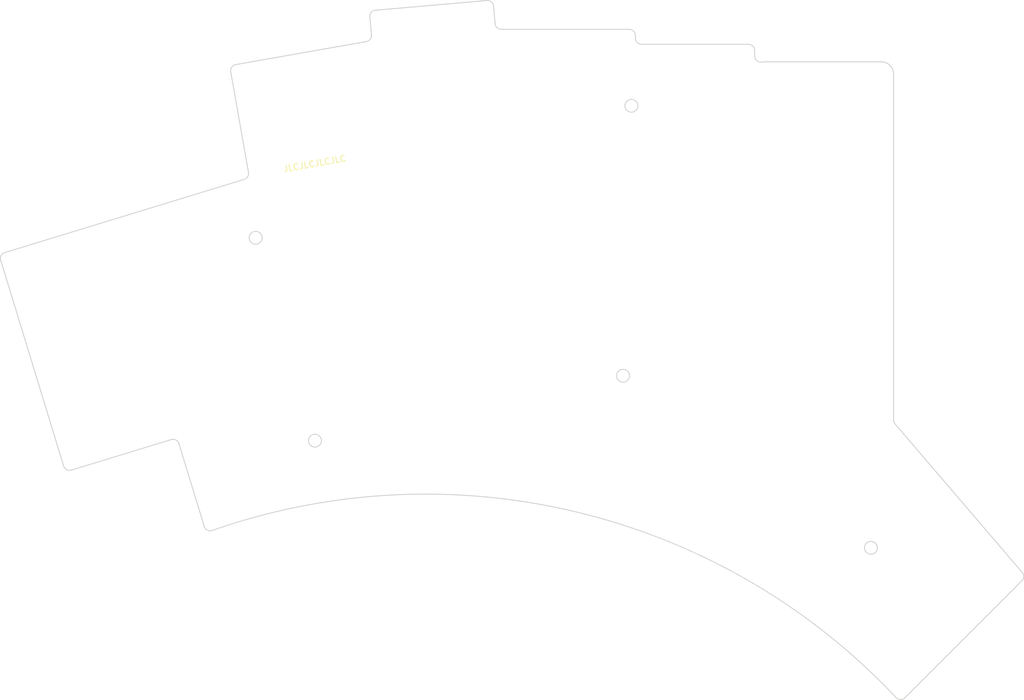
<source format=kicad_pcb>

            
(kicad_pcb (version 20211014) (generator pcbnew)

  (general
    (thickness 1.6)
  )

  (paper "A3")
  (title_block
    (title "porcupine_6x3_bottom_plate")
    (rev "v0.0.1")
    (company "Anarion")
  )

  (layers
    (0 "F.Cu" signal)
    (31 "B.Cu" signal)
    (32 "B.Adhes" user "B.Adhesive")
    (33 "F.Adhes" user "F.Adhesive")
    (34 "B.Paste" user)
    (35 "F.Paste" user)
    (36 "B.SilkS" user "B.Silkscreen")
    (37 "F.SilkS" user "F.Silkscreen")
    (38 "B.Mask" user)
    (39 "F.Mask" user)
    (40 "Dwgs.User" user "User.Drawings")
    (41 "Cmts.User" user "User.Comments")
    (42 "Eco1.User" user "User.Eco1")
    (43 "Eco2.User" user "User.Eco2")
    (44 "Edge.Cuts" user)
    (45 "Margin" user)
    (46 "B.CrtYd" user "B.Courtyard")
    (47 "F.CrtYd" user "F.Courtyard")
    (48 "B.Fab" user)
    (49 "F.Fab" user)
  )

  (setup
    (last_trace_width 0.25)
    (trace_clearance 0.2)
    (zone_clearance 0.508)
    (zone_45_only no)
    (trace_min 0.2)
    (via_size 0.8)
    (via_drill 0.4)
    (via_min_size 0.4)
    (via_min_drill 0.3)
    (uvia_size 0.3)
    (uvia_drill 0.1)
    (uvias_allowed no)
    (uvia_min_size 0.2)
    (uvia_min_drill 0.1)
    (edge_width 0.05)
    (segment_width 0.2)
    (pcb_text_width 0.3)
    (pcb_text_size 1.5 1.5)
    (mod_edge_width 0.12)
    (mod_text_size 1 1)
    (mod_text_width 0.15)
    (pad_size 1.524 1.524)
    (pad_drill 0.762)
    (pad_to_mask_clearance 0.05)
    (aux_axis_origin 0 0)
    (visible_elements FFFFFF7F)
    (pcbplotparams
      (layerselection 0x00010fc_ffffffff)
      (disableapertmacros false)
      (usegerberextensions false)
      (usegerberattributes true)
      (usegerberadvancedattributes true)
      (creategerberjobfile true)
      (svguseinch false)
      (svgprecision 6)
      (excludeedgelayer true)
      (plotframeref false)
      (viasonmask false)
      (mode 1)
      (useauxorigin false)
      (hpglpennumber 1)
      (hpglpenspeed 20)
      (hpglpendiameter 15.000000)
      (dxfpolygonmode true)
      (dxfimperialunits true)
      (dxfusepcbnewfont true)
      (psnegative false)
      (psa4output false)
      (plotreference true)
      (plotvalue true)
      (plotinvisibletext false)
      (sketchpadsonfab false)
      (subtractmaskfromsilk false)
      (outputformat 1)
      (mirror false)
      (drillshape 1)
      (scaleselection 1)
      (outputdirectory "")
    )
  )

            (net 0 "")
            
  (net_class Default "This is the default net class."
    (clearance 0.2)
    (trace_width 0.25)
    (via_dia 0.8)
    (via_drill 0.4)
    (uvia_dia 0.3)
    (uvia_drill 0.1)
    (add_net "")
  )

            
  (net_class Power "This is the power net class."
    (clearance 0.2)
    (trace_width 0.5)
    (via_dia 0.8)
    (via_drill 0.4)
    (uvia_dia 0.3)
    (uvia_drill 0.1)
    
  )

            
            (gr_text "JLCJLCJLCJLC" (at 173.27922189999998 97.1530294 10) (layer F.SilkS)
                (effects (font (size 1 1) (thickness 0.15) ) (justify left))
            )
        
            (gr_line (start 138.86850287868393 146.08339788849906) (end 155.12568375059772 141.1130789047931) (layer "Edge.Cuts") (width 0.15))
(gr_line (start 127.38681671165929 111.94879827991491) (end 137.61982637868394 145.41946478849906) (layer "Edge.Cuts") (width 0.15))
(gr_line (start 128.05074981165936 110.7001217799149) (end 166.9906777372163 98.7949911471105) (layer "Edge.Cuts") (width 0.15))
(gr_line (start 156.37436025059768 141.77701200479305) (end 160.49285977810226 155.24801720669473) (layer "Edge.Cuts") (width 0.15))
(gr_line (start 164.794914687541 81.28524671519892) (end 167.68311383721633 97.66503814711052) (layer "Edge.Cuts") (width 0.15))
(gr_line (start 165.60607428754102 80.12679071519892) (end 186.85563190501912 76.3799203565535) (layer "Edge.Cuts") (width 0.15))
(gr_line (start 188.330146035752 71.2862671541246) (end 206.4608895535126 69.70003263806576) (layer "Edge.Cuts") (width 0.15))
(gr_line (start 207.54423995351257 70.60907163806542) (end 207.79526473670603 73.47829779999984) (layer "Edge.Cuts") (width 0.15))
(gr_line (start 187.67817840501908 75.30795685655357) (end 187.42110703575207 72.36961755412449) (layer "Edge.Cuts") (width 0.15))
(gr_line (start 208.79145943670605 74.3911421) (end 229.6048262 74.3911421) (layer "Edge.Cuts") (width 0.15))
(gr_line (start 230.6048262 75.3911421) (end 230.6048262 75.8244754) (layer "Edge.Cuts") (width 0.15))
(gr_line (start 250.0048262 78.73508770000001) (end 250.0048262 77.8244754) (layer "Edge.Cuts") (width 0.15))
(gr_line (start 231.6048262 76.8244754) (end 249.0048262 76.8244754) (layer "Edge.Cuts") (width 0.15))
(gr_line (start 272.8453355 138.57490561162973) (end 293.52510493116074 162.71887806883933) (layer "Edge.Cuts") (width 0.15))
(gr_line (start 293.4727210311608 164.0765030688392) (end 274.44887409999995 183.10035) (layer "Edge.Cuts") (width 0.15))
(gr_arc (start 273.013116928676 183.07812902325304) (mid 221.42736785266263 152.9917944669328) (end 161.7798783735702 155.8993765568847) (layer "Edge.Cuts") (width 0.15))
(gr_line (start 272.6048262 137.9243874116298) (end 272.6048262 81.6744754) (layer "Edge.Cuts") (width 0.15))
(gr_arc (start 272.6048262 81.6744754) (mid 272.0190397623731 80.26026183762691) (end 270.6048262 79.6744754) (layer "Edge.Cuts") (width 0.15))
(gr_line (start 270.6048262 79.6744754) (end 251.6048262 79.6744754) (layer "Edge.Cuts") (width 0.15))
(gr_arc (start 251.6048262 79.6744754) (mid 251.403808276564 79.68460309393173) (end 251.20482620113137 79.71488360554252) (layer "Edge.Cuts") (width 0.15))
(gr_arc (start 156.37436021164552 141.77701201670192) (mid 155.88752702873938 141.186436120099) (end 155.12568376250658 141.11307894374528) (layer "Edge.Cuts") (width 0.15))
(gr_arc (start 160.49285983895214 155.24801718809104) (mid 160.99760254763444 155.84788521715197) (end 161.77987838882314 155.89937660041062) (layer "Edge.Cuts") (width 0.15))
(gr_arc (start 273.0131169121078 183.07812903882612) (mid 273.7262923422515 183.39312345567197) (end 274.4488740811865 183.10034998118655) (layer "Edge.Cuts") (width 0.15))
(gr_arc (start 293.47272101234734 164.07650305002574) (mid 293.76487066192357 163.40795253394816) (end 293.5251049114453 162.718878085726) (layer "Edge.Cuts") (width 0.15))
(gr_arc (start 272.6048262 137.9243874116298) (mid 272.66687879201686 138.27116494818276) (end 272.8453355197155 138.57490559474303) (layer "Edge.Cuts") (width 0.15))
(gr_arc (start 250.0048262 78.73508770000001) (mid 250.37237066774273 79.50968436905892) (end 251.2048261994343 79.71488359722875) (layer "Edge.Cuts") (width 0.15))
(gr_arc (start 250.0048262 77.8244754) (mid 249.71193298118655 77.11736861881344) (end 249.0048262 76.8244754) (layer "Edge.Cuts") (width 0.15))
(gr_arc (start 230.6048262 75.8244754) (mid 230.89771941881344 76.53158218118655) (end 231.6048262 76.8244754) (layer "Edge.Cuts") (width 0.15))
(gr_arc (start 230.6048262 75.3911421) (mid 230.31193298118654 74.68403531881344) (end 229.6048262 74.3911421) (layer "Edge.Cuts") (width 0.15))
(gr_arc (start 207.79526473488826 73.47829780015887) (mid 208.11586921333054 74.12841942236888) (end 208.79145943670605 74.3911421) (layer "Edge.Cuts") (width 0.15))
(gr_arc (start 207.54423995533034 70.60907163790638) (mid 207.19083289594852 69.93018292242647) (end 206.46088955335355 69.70003263624768) (layer "Edge.Cuts") (width 0.15))
(gr_arc (start 188.33014603559295 71.28626715230683) (mid 187.65125732011307 71.63967421168863) (end 187.42110703393425 72.36961755428352) (layer "Edge.Cuts") (width 0.15))
(gr_arc (start 186.85563189631026 76.37992030716305) (mid 187.47533703650845 76.00387399703268) (end 187.67817840683688 75.30795685639454) (layer "Edge.Cuts") (width 0.15))
(gr_arc (start 165.60607429624983 80.12679076458903) (mid 164.96057043531692 80.53802209018038) (end 164.79491473693113 81.28524670649011) (layer "Edge.Cuts") (width 0.15))
(gr_arc (start 166.9906777253074 98.79499110815824) (mid 167.55094620064105 98.36118491334288) (end 167.68311378782622 97.66503815581933) (layer "Edge.Cuts") (width 0.15))
(gr_arc (start 128.05074982356822 110.70012181886707) (mid 127.46017392696524 111.18695500177319) (end 127.38681675061149 111.94879826800603) (layer "Edge.Cuts") (width 0.15))
(gr_arc (start 137.61982641763612 145.4194647765902) (mid 138.10665960054223 146.01004067319315) (end 138.86850286677506 146.08339784954688) (layer "Edge.Cuts") (width 0.15))
(gr_circle (center 168.84614449999998 108.29205199999998) (end 169.8961445 108.29205199999998) (layer "Edge.Cuts") (width 0.15))
(gr_circle (center 178.49788180000002 141.2873232) (end 179.54788180000003 141.2873232) (layer "Edge.Cuts") (width 0.15))
(gr_circle (center 229.9648262 86.8244754) (end 231.01482620000002 86.8244754) (layer "Edge.Cuts") (width 0.15))
(gr_circle (center 228.6048262 130.7411421) (end 229.6548262 130.7411421) (layer "Edge.Cuts") (width 0.15))
(gr_circle (center 268.918931 158.71967630000003) (end 269.968931 158.71967630000003) (layer "Edge.Cuts") (width 0.15))
            
)

        
</source>
